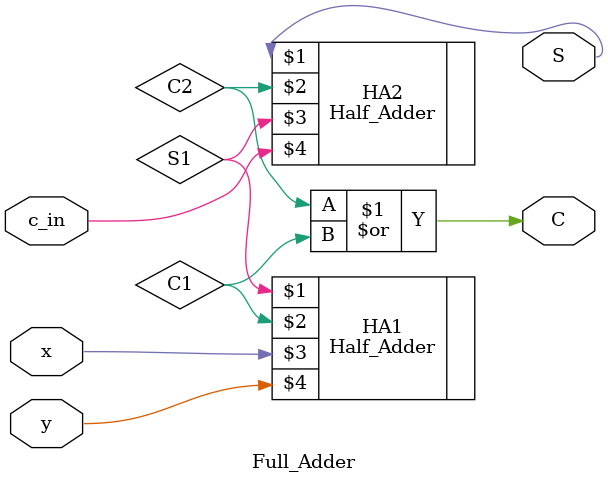
<source format=v>
`timescale 1ns / 1ps
module Full_Adder(input x,y,c_in, output C,S); //a,b,carry_in, carry_out, sum

    wire S1,C1,C2;

    //instantiate half adders
    Half_Adder HA1 (S1,C1,x,y);
    Half_Adder HA2    (S,C2,S1,c_in);
    or	 or1	(C,C2,C1);
    
endmodule

</source>
